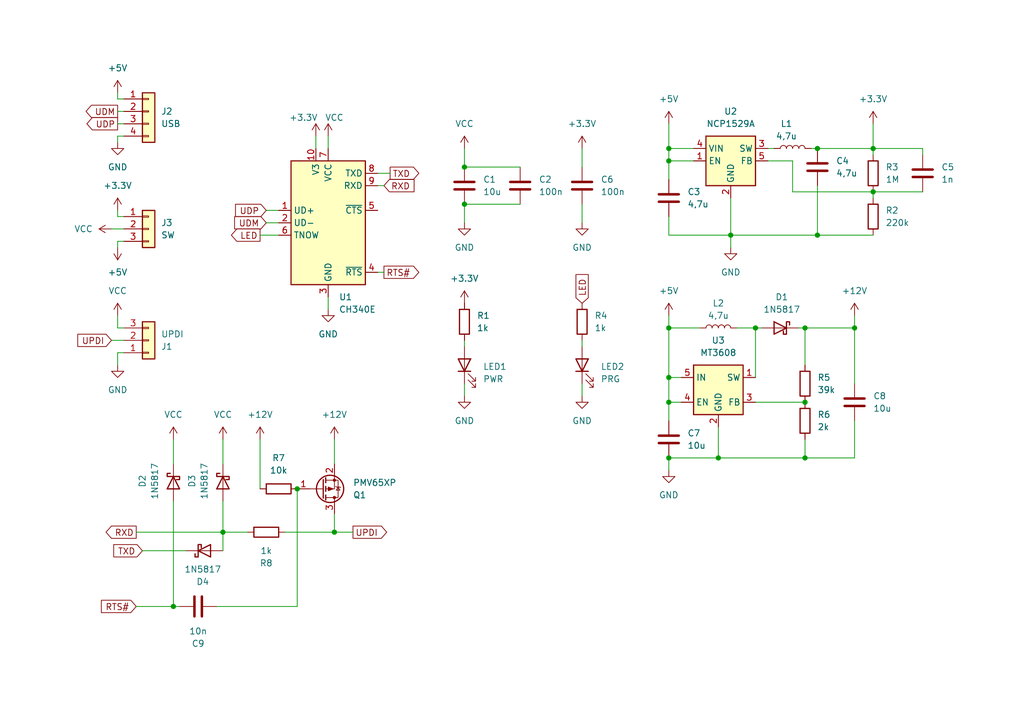
<source format=kicad_sch>
(kicad_sch (version 20230121) (generator eeschema)
  (paper "A5")
  (title_block (title "UPDI_HV_PROGRAMMER_ILYA2IK") (rev "1") (company "SGGDEV"))
  (lib_symbols
    (symbol "Connector_Generic:Conn_01x03" (pin_names (offset 1.016) hide)
      (property "Reference" "J" (at 0 5.08 0))
      (property "Value" "Conn_01x03" (at 0 -5.08 0))
      (symbol "Conn_01x03_1_1"
        (rectangle (start -1.27 -2.413) (end 0 -2.667) (stroke (width 0.1524)))
        (rectangle (start -1.27 0.127) (end 0 -0.127) (stroke (width 0.1524)))
        (rectangle (start -1.27 2.667) (end 0 2.413) (stroke (width 0.1524)))
        (rectangle (start -1.27 3.81) (end 1.27 -3.81) (stroke (width 0.254)) (fill (type background)))
        (pin passive line (at -5.08 2.54 0) (length 3.81) (name "Pin_1") (number "1"))
        (pin passive line (at -5.08 0 0) (length 3.81) (name "Pin_2") (number "2"))
        (pin passive line (at -5.08 -2.54 0) (length 3.81) (name "Pin_3") (number "3"))
      )
    )
    (symbol "Connector_Generic:Conn_01x04" (pin_names (offset 1.016) hide)
      (property "Reference" "J" (at 0 5.08 0))
      (property "Value" "Conn_01x04" (at 0 -7.62 0))
      (symbol "Conn_01x04_1_1"
        (rectangle (start -1.27 -4.953) (end 0 -5.207) (stroke (width 0.1524)))
        (rectangle (start -1.27 -2.413) (end 0 -2.667) (stroke (width 0.1524)))
        (rectangle (start -1.27 0.127) (end 0 -0.127) (stroke (width 0.1524)))
        (rectangle (start -1.27 2.667) (end 0 2.413) (stroke (width 0.1524)))
        (rectangle (start -1.27 3.81) (end 1.27 -6.35) (stroke (width 0.254)) (fill (type background)))
        (pin passive line (at -5.08 2.54 0) (length 3.81) (name "Pin_1") (number "1"))
        (pin passive line (at -5.08 0 0) (length 3.81) (name "Pin_2") (number "2"))
        (pin passive line (at -5.08 -2.54 0) (length 3.81) (name "Pin_3") (number "3"))
        (pin passive line (at -5.08 -5.08 0) (length 3.81) (name "Pin_4") (number "4"))
      )
    )
    (symbol "Device:C" (pin_numbers hide) (pin_names (offset 0.254))
      (property "Reference" "C" (at 0.635 2.54 0))
      (property "Value" "C" (at 0.635 -2.54 0))
      (symbol "C_0_1"
        (polyline (pts (xy -2.032 -0.762) (xy 2.032 -0.762)) (stroke (width 0.508)))
        (polyline (pts (xy -2.032 0.762) (xy 2.032 0.762)) (stroke (width 0.508)))
      )
      (symbol "C_1_1"
        (pin passive line (at 0 3.81 270) (length 2.794) (name "~") (number "1"))
        (pin passive line (at 0 -3.81 90) (length 2.794) (name "~") (number "2"))
      )
    )
    (symbol "Device:L" (pin_numbers hide) (pin_names (offset 1.016) hide)
      (property "Reference" "L" (at -1.27 0 90))
      (property "Value" "L" (at 1.905 0 90))
      (symbol "L_0_1"
        (arc (start 0 -2.54) (mid 0.6323 -1.905) (end 0 -1.27))
        (arc (start 0 -1.27) (mid 0.6323 -0.635) (end 0 0))
        (arc (start 0 0) (mid 0.6323 0.635) (end 0 1.27))
        (arc (start 0 1.27) (mid 0.6323 1.905) (end 0 2.54))
      )
      (symbol "L_1_1"
        (pin passive line (at 0 3.81 270) (length 1.27) (name "1") (number "1"))
        (pin passive line (at 0 -3.81 90) (length 1.27) (name "2") (number "2"))
      )
    )
    (symbol "Device:LED" (pin_numbers hide) (pin_names (offset 1.016) hide)
      (property "Reference" "D" (at 0 2.54 0))
      (property "Value" "LED" (at 0 -2.54 0))
      (symbol "LED_0_1"
        (polyline (pts (xy -1.27 -1.27) (xy -1.27 1.27)) (stroke (width 0.254)))
        (polyline (pts (xy -1.27 0) (xy 1.27 0)))
        (polyline (pts (xy 1.27 -1.27) (xy 1.27 1.27) (xy -1.27 0) (xy 1.27 -1.27)) (stroke (width 0.254)))
        (polyline (pts (xy -3.048 -0.762) (xy -4.572 -2.286) (xy -3.81 -2.286) (xy -4.572 -2.286) (xy -4.572 -1.524)))
        (polyline (pts (xy -1.778 -0.762) (xy -3.302 -2.286) (xy -2.54 -2.286) (xy -3.302 -2.286) (xy -3.302 -1.524)))
      )
      (symbol "LED_1_1"
        (pin passive line (at -3.81 0 0) (length 2.54) (name "K") (number "1"))
        (pin passive line (at 3.81 0 180) (length 2.54) (name "A") (number "2"))
      )
    )
    (symbol "Device:R" (pin_numbers hide) (pin_names (offset 0))
      (property "Reference" "R" (at 2.032 0 90))
      (property "Value" "R" (at 0 0 90))
      (symbol "R_0_1"
        (rectangle (start -1.016 -2.54) (end 1.016 2.54) (stroke (width 0.254)))
      )
      (symbol "R_1_1"
        (pin passive line (at 0 3.81 270) (length 1.27) (name "~") (number "1"))
        (pin passive line (at 0 -3.81 90) (length 1.27) (name "~") (number "2"))
      )
    )
    (symbol "Diode:1N5817" (pin_numbers hide) (pin_names (offset 1.016) hide)
      (property "Reference" "D" (at 0 2.54 0))
      (property "Value" "1N5817" (at 0 -2.54 0))
      (symbol "1N5817_0_1"
        (polyline (pts (xy 1.27 0) (xy -1.27 0)))
        (polyline (pts (xy 1.27 1.27) (xy 1.27 -1.27) (xy -1.27 0) (xy 1.27 1.27)) (stroke (width 0.254)))
        (polyline (pts (xy -1.905 0.635) (xy -1.905 1.27) (xy -1.27 1.27) (xy -1.27 -1.27) (xy -0.635 -1.27) (xy -0.635 -0.635)) (stroke (width 0.254)))
      )
      (symbol "1N5817_1_1"
        (pin passive line (at -3.81 0 0) (length 2.54) (name "K") (number "1"))
        (pin passive line (at 3.81 0 180) (length 2.54) (name "A") (number "2"))
      )
    )
    (symbol "Interface_USB:CH340E"
      (property "Reference" "U" (at -5.08 13.97 0))
      (property "Value" "CH340E" (at 1.27 13.97 0))
      (symbol "CH340E_0_1"
        (rectangle (start -7.62 12.7) (end 7.62 -12.7) (stroke (width 0.254)) (fill (type background)))
      )
      (symbol "CH340E_1_1"
        (pin bidirectional line (at -10.16 2.54 0) (length 2.54) (name "UD+") (number "1"))
        (pin passive line (at -2.54 15.24 270) (length 2.54) (name "V3") (number "10"))
        (pin bidirectional line (at -10.16 0 0) (length 2.54) (name "UD-") (number "2"))
        (pin power_in line (at 0 -15.24 90) (length 2.54) (name "GND") (number "3"))
        (pin output line (at 10.16 -10.16 180) (length 2.54) (name "~{RTS}") (number "4"))
        (pin input line (at 10.16 2.54 180) (length 2.54) (name "~{CTS}") (number "5"))
        (pin output line (at -10.16 -2.54 0) (length 2.54) (name "TNOW") (number "6"))
        (pin power_in line (at 0 15.24 270) (length 2.54) (name "VCC") (number "7"))
        (pin output line (at 10.16 10.16 180) (length 2.54) (name "TXD") (number "8"))
        (pin input line (at 10.16 7.62 180) (length 2.54) (name "RXD") (number "9"))
      )
    )
    (symbol "Regulator_Switching:MT3608"
      (property "Reference" "U" (at -2.54 8.89 0))
      (property "Value" "MT3608" (at -3.81 6.35 0))
      (symbol "MT3608_0_1"
        (rectangle (start -5.08 5.08) (end 5.08 -5.08) (stroke (width 0.254)) (fill (type background)))
      )
      (symbol "MT3608_1_1"
        (pin passive line (at 7.62 2.54 180) (length 2.54) (name "SW") (number "1"))
        (pin power_in line (at 0 -7.62 90) (length 2.54) (name "GND") (number "2"))
        (pin input line (at 7.62 -2.54 180) (length 2.54) (name "FB") (number "3"))
        (pin input line (at -7.62 -2.54 0) (length 2.54) (name "EN") (number "4"))
        (pin power_in line (at -7.62 2.54 0) (length 2.54) (name "IN") (number "5"))
        (pin no_connect line (at 5.08 0 180) (length 2.54) hide (name "NC") (number "6"))
      )
    )
    (symbol "Regulator_Switching:NCP1529A"
      (property "Reference" "U" (at -5.08 6.35 0))
      (property "Value" "NCP1529A" (at 0 6.35 0))
      (symbol "NCP1529A_0_1"
        (rectangle (start -5.08 5.08) (end 5.08 -5.08) (stroke (width 0.254)) (fill (type background)))
      )
      (symbol "NCP1529A_1_1"
        (pin input line (at -7.62 0 0) (length 2.54) (name "EN") (number "1"))
        (pin power_in line (at 0 -7.62 90) (length 2.54) (name "GND") (number "2"))
        (pin power_out line (at 7.62 2.54 180) (length 2.54) (name "SW") (number "3"))
        (pin power_in line (at -7.62 2.54 0) (length 2.54) (name "VIN") (number "4"))
        (pin input line (at 7.62 0 180) (length 2.54) (name "FB") (number "5"))
      )
    )
    (symbol "Transistor_FET:DMG2301L" (pin_names hide)
      (property "Reference" "Q" (at 5.08 1.905 0))
      (property "Value" "DMG2301L" (at 5.08 0 0))
      (symbol "DMG2301L_0_1"
        (polyline (pts (xy 0.254 0) (xy -2.54 0)))
        (polyline (pts (xy 0.254 1.905) (xy 0.254 -1.905)) (stroke (width 0.254)))
        (polyline (pts (xy 0.762 -1.27) (xy 0.762 -2.286)) (stroke (width 0.254)))
        (polyline (pts (xy 0.762 0.508) (xy 0.762 -0.508)) (stroke (width 0.254)))
        (polyline (pts (xy 0.762 2.286) (xy 0.762 1.27)) (stroke (width 0.254)))
        (polyline (pts (xy 2.54 2.54) (xy 2.54 1.778)))
        (polyline (pts (xy 2.54 -2.54) (xy 2.54 0) (xy 0.762 0)))
        (polyline (pts (xy 0.762 1.778) (xy 3.302 1.778) (xy 3.302 -1.778) (xy 0.762 -1.778)))
        (polyline (pts (xy 2.286 0) (xy 1.27 0.381) (xy 1.27 -0.381) (xy 2.286 0)) (fill (type outline)))
        (polyline (pts (xy 2.794 -0.508) (xy 2.921 -0.381) (xy 3.683 -0.381) (xy 3.81 -0.254)))
        (polyline (pts (xy 3.302 -0.381) (xy 2.921 0.254) (xy 3.683 0.254) (xy 3.302 -0.381)))
        (circle (center 1.651 0) (radius 2.794) (stroke (width 0.254)))
        (circle (center 2.54 -1.778) (radius 0.254) (fill (type outline)))
        (circle (center 2.54 1.778) (radius 0.254) (fill (type outline)))
      )
      (symbol "DMG2301L_1_1"
        (pin input line (at -5.08 0 0) (length 2.54) (name "G") (number "1"))
        (pin passive line (at 2.54 -5.08 90) (length 2.54) (name "S") (number "2"))
        (pin passive line (at 2.54 5.08 270) (length 2.54) (name "D") (number "3"))
      )
    )
    (symbol "power:+12V" (power) (pin_names (offset 0))
      (property "Value" "+12V" (at 0 3.556 0))
      (symbol "+12V_0_1"
        (polyline (pts (xy -0.762 1.27) (xy 0 2.54)))
        (polyline (pts (xy 0 0) (xy 0 2.54)))
        (polyline (pts (xy 0 2.54) (xy 0.762 1.27)))
      )
      (symbol "+12V_1_1"
        (pin power_in line (at 0 0 90) (length 0) hide (name "+12V") (number "1"))
      )
    )
    (symbol "power:+3.3V" (power) (pin_names (offset 0))
      (property "Value" "+3.3V" (at 0 3.556 0))
      (symbol "+3.3V_0_1"
        (polyline (pts (xy -0.762 1.27) (xy 0 2.54)))
        (polyline (pts (xy 0 0) (xy 0 2.54)))
        (polyline (pts (xy 0 2.54) (xy 0.762 1.27)))
      )
      (symbol "+3.3V_1_1"
        (pin power_in line (at 0 0 90) (length 0) hide (name "+3.3V") (number "1"))
      )
    )
    (symbol "power:+5V" (power) (pin_names (offset 0))
      (property "Value" "+5V" (at 0 3.556 0))
      (symbol "+5V_0_1"
        (polyline (pts (xy -0.762 1.27) (xy 0 2.54)))
        (polyline (pts (xy 0 0) (xy 0 2.54)))
        (polyline (pts (xy 0 2.54) (xy 0.762 1.27)))
      )
      (symbol "+5V_1_1"
        (pin power_in line (at 0 0 90) (length 0) hide (name "+5V") (number "1"))
      )
    )
    (symbol "power:GND" (power) (pin_names (offset 0))
      (property "Value" "GND" (at 0 -3.81 0))
      (symbol "GND_0_1"
        (polyline (pts (xy 0 0) (xy 0 -1.27) (xy 1.27 -1.27) (xy 0 -2.54) (xy -1.27 -1.27) (xy 0 -1.27)))
      )
      (symbol "GND_1_1"
        (pin power_in line (at 0 0 270) (length 0) hide (name "GND") (number "1"))
      )
    )
    (symbol "power:VCC" (power) (pin_names (offset 0))
      (property "Value" "VCC" (at 0 3.81 0))
      (symbol "VCC_0_1"
        (polyline (pts (xy -0.762 1.27) (xy 0 2.54)))
        (polyline (pts (xy 0 0) (xy 0 2.54)))
        (polyline (pts (xy 0 2.54) (xy 0.762 1.27)))
      )
      (symbol "VCC_1_1"
        (pin power_in line (at 0 0 90) (length 0) hide (name "VCC") (number "1"))
      )
    )
  )
  (junction (at 179.07 30.48))
  (junction (at 167.64 48.26))
  (junction (at 167.64 30.48))
  (junction (at 95.25 41.91))
  (junction (at 165.1 82.55))
  (junction (at 137.16 33.02))
  (junction (at 95.25 34.29))
  (junction (at 137.16 77.47))
  (junction (at 149.86 48.26))
  (junction (at 137.16 93.98))
  (junction (at 175.26 67.31))
  (junction (at 137.16 82.55))
  (junction (at 45.72 109.22))
  (junction (at 154.94 67.31))
  (junction (at 179.07 39.37))
  (junction (at 137.16 67.31))
  (junction (at 35.56 124.46))
  (junction (at 165.1 67.31))
  (junction (at 68.58 109.22))
  (junction (at 165.1 93.98))
  (junction (at 60.96 100.33))
  (junction (at 137.16 30.48))
  (junction (at 147.32 93.98))
  (wire (pts (xy 95.25 41.91) (xy 95.25 45.72)))
  (wire (pts (xy 95.25 34.29) (xy 106.68 34.29)))
  (wire (pts (xy 22.86 69.85) (xy 25.4 69.85)))
  (wire (pts (xy 119.38 78.74) (xy 119.38 81.28)))
  (wire (pts (xy 137.16 64.77) (xy 137.16 67.31)))
  (wire (pts (xy 151.13 67.31) (xy 154.94 67.31)))
  (wire (pts (xy 45.72 102.87) (xy 45.72 109.22)))
  (wire (pts (xy 137.16 44.45) (xy 137.16 48.26)))
  (wire (pts (xy 95.25 41.91) (xy 106.68 41.91)))
  (wire (pts (xy 167.64 48.26) (xy 179.07 48.26)))
  (wire (pts (xy 137.16 25.4) (xy 137.16 30.48)))
  (wire (pts (xy 27.94 109.22) (xy 45.72 109.22)))
  (wire (pts (xy 175.26 64.77) (xy 175.26 67.31)))
  (wire (pts (xy 29.21 113.03) (xy 38.1 113.03)))
  (wire (pts (xy 35.56 90.17) (xy 35.56 95.25)))
  (wire (pts (xy 68.58 109.22) (xy 72.39 109.22)))
  (wire (pts (xy 60.96 100.33) (xy 60.96 124.46)))
  (wire (pts (xy 35.56 124.46) (xy 36.83 124.46)))
  (wire (pts (xy 119.38 69.85) (xy 119.38 71.12)))
  (wire (pts (xy 95.25 30.48) (xy 95.25 34.29)))
  (wire (pts (xy 58.42 109.22) (xy 68.58 109.22)))
  (wire (pts (xy 175.26 78.74) (xy 175.26 67.31)))
  (wire (pts (xy 147.32 87.63) (xy 147.32 93.98)))
  (wire (pts (xy 24.13 64.77) (xy 24.13 67.31)))
  (wire (pts (xy 165.1 67.31) (xy 165.1 74.93)))
  (wire (pts (xy 24.13 27.94) (xy 24.13 29.21)))
  (wire (pts (xy 67.31 30.48) (xy 67.31 27.94)))
  (wire (pts (xy 137.16 30.48) (xy 142.24 30.48)))
  (wire (pts (xy 53.34 90.17) (xy 53.34 100.33)))
  (wire (pts (xy 68.58 105.41) (xy 68.58 109.22)))
  (wire (pts (xy 137.16 30.48) (xy 137.16 33.02)))
  (wire (pts (xy 64.77 27.94) (xy 64.77 30.48)))
  (wire (pts (xy 25.4 44.45) (xy 24.13 44.45)))
  (wire (pts (xy 45.72 109.22) (xy 50.8 109.22)))
  (wire (pts (xy 24.13 22.86) (xy 25.4 22.86)))
  (wire (pts (xy 137.16 77.47) (xy 137.16 82.55)))
  (wire (pts (xy 179.07 39.37) (xy 189.23 39.37)))
  (wire (pts (xy 77.47 35.56) (xy 80.01 35.56)))
  (wire (pts (xy 137.16 86.36) (xy 137.16 82.55)))
  (wire (pts (xy 167.64 30.48) (xy 179.07 30.48)))
  (wire (pts (xy 27.94 124.46) (xy 35.56 124.46)))
  (wire (pts (xy 163.83 67.31) (xy 165.1 67.31)))
  (wire (pts (xy 24.13 49.53) (xy 25.4 49.53)))
  (wire (pts (xy 24.13 44.45) (xy 24.13 43.18)))
  (wire (pts (xy 179.07 30.48) (xy 179.07 31.75)))
  (wire (pts (xy 165.1 93.98) (xy 175.26 93.98)))
  (wire (pts (xy 67.31 60.96) (xy 67.31 63.5)))
  (wire (pts (xy 119.38 41.91) (xy 119.38 45.72)))
  (wire (pts (xy 54.61 43.18) (xy 57.15 43.18)))
  (wire (pts (xy 137.16 96.52) (xy 137.16 93.98)))
  (wire (pts (xy 137.16 33.02) (xy 142.24 33.02)))
  (wire (pts (xy 68.58 90.17) (xy 68.58 95.25)))
  (wire (pts (xy 45.72 90.17) (xy 45.72 95.25)))
  (wire (pts (xy 22.86 46.99) (xy 25.4 46.99)))
  (wire (pts (xy 154.94 82.55) (xy 165.1 82.55)))
  (wire (pts (xy 119.38 30.48) (xy 119.38 34.29)))
  (wire (pts (xy 175.26 86.36) (xy 175.26 93.98)))
  (wire (pts (xy 24.13 25.4) (xy 25.4 25.4)))
  (wire (pts (xy 44.45 124.46) (xy 60.96 124.46)))
  (wire (pts (xy 149.86 48.26) (xy 167.64 48.26)))
  (wire (pts (xy 162.56 39.37) (xy 179.07 39.37)))
  (wire (pts (xy 24.13 27.94) (xy 25.4 27.94)))
  (wire (pts (xy 35.56 102.87) (xy 35.56 124.46)))
  (wire (pts (xy 77.47 38.1) (xy 78.74 38.1)))
  (wire (pts (xy 45.72 113.03) (xy 45.72 109.22)))
  (wire (pts (xy 24.13 74.93) (xy 24.13 72.39)))
  (wire (pts (xy 137.16 33.02) (xy 137.16 36.83)))
  (wire (pts (xy 137.16 67.31) (xy 137.16 77.47)))
  (wire (pts (xy 189.23 31.75) (xy 189.23 30.48)))
  (wire (pts (xy 162.56 33.02) (xy 162.56 39.37)))
  (wire (pts (xy 24.13 67.31) (xy 25.4 67.31)))
  (wire (pts (xy 165.1 67.31) (xy 175.26 67.31)))
  (wire (pts (xy 189.23 30.48) (xy 179.07 30.48)))
  (wire (pts (xy 147.32 93.98) (xy 165.1 93.98)))
  (wire (pts (xy 24.13 50.8) (xy 24.13 49.53)))
  (wire (pts (xy 24.13 72.39) (xy 25.4 72.39)))
  (wire (pts (xy 167.64 38.1) (xy 167.64 48.26)))
  (wire (pts (xy 154.94 67.31) (xy 154.94 77.47)))
  (wire (pts (xy 157.48 33.02) (xy 162.56 33.02)))
  (wire (pts (xy 95.25 78.74) (xy 95.25 81.28)))
  (wire (pts (xy 149.86 40.64) (xy 149.86 48.26)))
  (wire (pts (xy 137.16 82.55) (xy 139.7 82.55)))
  (wire (pts (xy 77.47 55.88) (xy 78.74 55.88)))
  (wire (pts (xy 137.16 67.31) (xy 143.51 67.31)))
  (wire (pts (xy 149.86 48.26) (xy 149.86 50.8)))
  (wire (pts (xy 166.37 30.48) (xy 167.64 30.48)))
  (wire (pts (xy 139.7 77.47) (xy 137.16 77.47)))
  (wire (pts (xy 157.48 30.48) (xy 158.75 30.48)))
  (wire (pts (xy 24.13 19.05) (xy 24.13 20.32)))
  (wire (pts (xy 179.07 39.37) (xy 179.07 40.64)))
  (wire (pts (xy 179.07 25.4) (xy 179.07 30.48)))
  (wire (pts (xy 137.16 48.26) (xy 149.86 48.26)))
  (wire (pts (xy 54.61 45.72) (xy 57.15 45.72)))
  (wire (pts (xy 53.34 48.26) (xy 57.15 48.26)))
  (wire (pts (xy 154.94 67.31) (xy 156.21 67.31)))
  (wire (pts (xy 24.13 20.32) (xy 25.4 20.32)))
  (wire (pts (xy 95.25 69.85) (xy 95.25 71.12)))
  (wire (pts (xy 165.1 90.17) (xy 165.1 93.98)))
  (wire (pts (xy 147.32 93.98) (xy 137.16 93.98)))
  (global_label "TXD" (shape input) (at 29.21 113.03 180) (property "Intersheetrefs" "${INTERSHEET_REFS}" (effects hide)))
  (global_label "RXD" (shape output) (at 27.94 109.22 180) (property "Intersheetrefs" "${INTERSHEET_REFS}" (effects hide)))
  (global_label "UDM" (shape input) (at 54.61 45.72 180) (property "Intersheetrefs" "${INTERSHEET_REFS}" (effects hide)))
  (global_label "UPDI" (shape input) (at 22.86 69.85 180) (property "Intersheetrefs" "${INTERSHEET_REFS}" (effects hide)))
  (global_label "UDM" (shape output) (at 24.13 22.86 180) (property "Intersheetrefs" "${INTERSHEET_REFS}" (effects hide)))
  (global_label "UPDI" (shape output) (at 72.39 109.22 0) (property "Intersheetrefs" "${INTERSHEET_REFS}" (effects hide)))
  (global_label "RXD" (shape input) (at 78.74 38.1 0) (property "Intersheetrefs" "${INTERSHEET_REFS}" (effects hide)))
  (global_label "TXD" (shape output) (at 80.01 35.56 0) (property "Intersheetrefs" "${INTERSHEET_REFS}" (effects hide)))
  (global_label "UDP" (shape input) (at 54.61 43.18 180) (property "Intersheetrefs" "${INTERSHEET_REFS}" (effects hide)))
  (global_label "RTS#" (shape output) (at 78.74 55.88 0) (property "Intersheetrefs" "${INTERSHEET_REFS}" (effects hide)))
  (global_label "LED" (shape input) (at 119.38 62.23 90) (property "Intersheetrefs" "${INTERSHEET_REFS}" (effects hide)))
  (global_label "UDP" (shape output) (at 24.13 25.4 180) (property "Intersheetrefs" "${INTERSHEET_REFS}" (effects hide)))
  (global_label "LED" (shape output) (at 53.34 48.26 180) (property "Intersheetrefs" "${INTERSHEET_REFS}" (effects hide)))
  (global_label "RTS#" (shape input) (at 27.94 124.46 180) (property "Intersheetrefs" "${INTERSHEET_REFS}" (effects hide)))
  (symbol (lib_id "Diode:1N5817") (at 41.91 113.03 0) (mirror x) (unit 1)
    (property "Reference" "D4" (at 41.5925 119.38 0))
    (property "Value" "1N5817" (at 41.5925 116.84 0))
    (property "Footprint" "Diode_SMD:D_SMA" (effects hide))
    (property "Datasheet" "http://www.vishay.com/docs/88525/1n5817.pdf" (effects hide))
  )
  (symbol (lib_id "power:GND") (at 95.25 81.28 0) (unit 1)
    (property "Reference" "#PWR012" (effects hide))
    (property "Value" "GND" (at 95.25 86.36 0))
  )
  (symbol (lib_id "Device:L") (at 147.32 67.31 90) (unit 1)
    (property "Reference" "L2" (at 147.32 62.23 90))
    (property "Value" "4,7u" (at 147.32 64.77 90))
    (property "Footprint" "Inductor_SMD:L_1206_3216Metric" (effects hide))
  )
  (symbol (lib_id "Device:LED") (at 119.38 74.93 90) (unit 1)
    (property "Reference" "LED2" (at 123.19 75.2475 90) (effects (justify right)))
    (property "Value" "PRG" (at 123.19 77.7875 90) (effects (justify right)))
    (property "Footprint" "LED_SMD:LED_0805_2012Metric" (effects hide))
  )
  (symbol (lib_id "Regulator_Switching:MT3608") (at 147.32 80.01 0) (unit 1)
    (property "Reference" "U3" (at 147.32 69.85 0))
    (property "Value" "MT3608" (at 147.32 72.39 0))
    (property "Footprint" "Package_TO_SOT_SMD:SOT-23-6" (effects hide))
    (property "Datasheet" "https://www.olimex.com/Products/Breadboarding/BB-PWR-3608/resources/MT3608.pdf" (effects hide))
  )
  (symbol (lib_id "Diode:1N5817") (at 35.56 99.06 90) (mirror x) (unit 1)
    (property "Reference" "D2" (at 29.21 98.7425 0))
    (property "Value" "1N5817" (at 31.75 98.7425 0))
    (property "Footprint" "Diode_SMD:D_SMA" (effects hide))
    (property "Datasheet" "http://www.vishay.com/docs/88525/1n5817.pdf" (effects hide))
  )
  (symbol (lib_id "Connector_Generic:Conn_01x04") (at 30.48 22.86 0) (unit 1)
    (property "Reference" "J2" (at 33.02 22.86 0) (effects (justify left)))
    (property "Value" "USB" (at 33.02 25.4 0) (effects (justify left)))
    (property "Footprint" "Connector_JST:JST_XH_B4B-XH-A_1x04_P2.50mm_Vertical" (effects hide))
  )
  (symbol (lib_id "Device:C") (at 119.38 38.1 0) (unit 1)
    (property "Reference" "C6" (at 123.19 36.83 0) (effects (justify left)))
    (property "Value" "100n" (at 123.19 39.37 0) (effects (justify left)))
    (property "Footprint" "Capacitor_SMD:C_1206_3216Metric" (effects hide))
  )
  (symbol (lib_id "Device:R") (at 54.61 109.22 90) (mirror x) (unit 1)
    (property "Reference" "R8" (at 54.61 115.57 90))
    (property "Value" "1k" (at 54.61 113.03 90))
    (property "Footprint" "Resistor_SMD:R_0805_2012Metric" (effects hide))
  )
  (symbol (lib_id "Device:L") (at 162.56 30.48 90) (unit 1)
    (property "Reference" "L1" (at 161.29 25.4 90))
    (property "Value" "4,7u" (at 161.29 27.94 90))
    (property "Footprint" "Inductor_SMD:L_1206_3216Metric" (effects hide))
  )
  (symbol (lib_id "power:+5V") (at 137.16 64.77 0) (unit 1)
    (property "Reference" "#PWR013" (effects hide))
    (property "Value" "+5V" (at 137.16 59.69 0))
  )
  (symbol (lib_id "power:VCC") (at 24.13 64.77 0) (unit 1)
    (property "Reference" "#PWR022" (effects hide))
    (property "Value" "VCC" (at 24.13 59.69 0))
  )
  (symbol (lib_id "Regulator_Switching:NCP1529A") (at 149.86 33.02 0) (unit 1)
    (property "Reference" "U2" (at 149.86 22.86 0))
    (property "Value" "NCP1529A" (at 149.86 25.4 0))
    (property "Footprint" "Package_TO_SOT_SMD:SOT-23-5" (effects hide))
    (property "Datasheet" "https://www.onsemi.com/pub/Collateral/NCP1529-D.PDF" (effects hide))
  )
  (symbol (lib_id "power:+3.3V") (at 64.77 27.94 0) (unit 1)
    (property "Reference" "#PWR04" (effects hide))
    (property "Value" "+3.3V" (at 62.23 24.13 0))
  )
  (symbol (lib_id "Device:C") (at 189.23 35.56 0) (unit 1)
    (property "Reference" "C5" (at 193.04 34.29 0) (effects (justify left)))
    (property "Value" "1n" (at 193.04 36.83 0) (effects (justify left)))
    (property "Footprint" "Capacitor_SMD:C_1206_3216Metric" (effects hide))
  )
  (symbol (lib_id "power:VCC") (at 45.72 90.17 0) (unit 1)
    (property "Reference" "#PWR018" (effects hide))
    (property "Value" "VCC" (at 45.72 85.09 0))
  )
  (symbol (lib_id "Device:R") (at 119.38 66.04 0) (unit 1)
    (property "Reference" "R4" (at 121.92 64.77 0) (effects (justify left)))
    (property "Value" "1k" (at 121.92 67.31 0) (effects (justify left)))
    (property "Footprint" "Resistor_SMD:R_0805_2012Metric" (effects hide))
  )
  (symbol (lib_id "power:+3.3V") (at 24.13 43.18 0) (unit 1)
    (property "Reference" "#PWR026" (effects hide))
    (property "Value" "+3.3V" (at 24.13 38.1 0))
  )
  (symbol (lib_id "Device:C") (at 137.16 40.64 0) (unit 1)
    (property "Reference" "C3" (at 140.97 39.37 0) (effects (justify left)))
    (property "Value" "4,7u" (at 140.97 41.91 0) (effects (justify left)))
    (property "Footprint" "Capacitor_SMD:C_1206_3216Metric" (effects hide))
  )
  (symbol (lib_id "power:GND") (at 149.86 50.8 0) (unit 1)
    (property "Reference" "#PWR01" (effects hide))
    (property "Value" "GND" (at 149.86 55.88 0))
  )
  (symbol (lib_id "power:GND") (at 24.13 74.93 0) (unit 1)
    (property "Reference" "#PWR021" (effects hide))
    (property "Value" "GND" (at 24.13 80.01 0))
  )
  (symbol (lib_id "power:VCC") (at 35.56 90.17 0) (unit 1)
    (property "Reference" "#PWR017" (effects hide))
    (property "Value" "VCC" (at 35.56 85.09 0))
  )
  (symbol (lib_id "Device:LED") (at 95.25 74.93 90) (unit 1)
    (property "Reference" "LED1" (at 99.06 75.2475 90) (effects (justify right)))
    (property "Value" "PWR" (at 99.06 77.7875 90) (effects (justify right)))
    (property "Footprint" "LED_SMD:LED_0805_2012Metric" (effects hide))
  )
  (symbol (lib_id "Connector_Generic:Conn_01x03") (at 30.48 69.85 0) (mirror x) (unit 1)
    (property "Reference" "J1" (at 33.02 71.12 0) (effects (justify left)))
    (property "Value" "UPDI" (at 33.02 68.58 0) (effects (justify left)))
    (property "Footprint" "Connector_PinHeader_2.54mm:PinHeader_1x03_P2.54mm_Vertical" (effects hide))
  )
  (symbol (lib_id "power:+12V") (at 68.58 90.17 0) (unit 1)
    (property "Reference" "#PWR020" (effects hide))
    (property "Value" "+12V" (at 68.58 85.09 0))
  )
  (symbol (lib_id "Transistor_FET:DMG2301L") (at 66.04 100.33 0) (mirror x) (unit 1)
    (property "Reference" "Q1" (at 72.39 101.6 0) (effects (justify left)))
    (property "Value" "PMV65XP" (at 72.39 99.06 0) (effects (justify left)))
    (property "Footprint" "Package_TO_SOT_SMD:SOT-23" (effects hide))
  )
  (symbol (lib_id "power:GND") (at 119.38 81.28 0) (unit 1)
    (property "Reference" "#PWR014" (effects hide))
    (property "Value" "GND" (at 119.38 86.36 0))
  )
  (symbol (lib_id "power:+5V") (at 24.13 19.05 0) (unit 1)
    (property "Reference" "#PWR023" (effects hide))
    (property "Value" "+5V" (at 24.13 13.97 0))
  )
  (symbol (lib_id "Device:C") (at 175.26 82.55 0) (unit 1)
    (property "Reference" "C8" (at 179.07 81.28 0) (effects (justify left)))
    (property "Value" "10u" (at 179.07 83.82 0) (effects (justify left)))
    (property "Footprint" "Capacitor_SMD:C_1206_3216Metric" (effects hide))
  )
  (symbol (lib_id "power:+3.3V") (at 95.25 62.23 0) (unit 1)
    (property "Reference" "#PWR011" (effects hide))
    (property "Value" "+3.3V" (at 95.25 57.15 0))
  )
  (symbol (lib_id "Device:C") (at 40.64 124.46 90) (mirror x) (unit 1)
    (property "Reference" "C9" (at 40.64 132.08 90))
    (property "Value" "10n" (at 40.64 129.54 90))
    (property "Footprint" "Capacitor_SMD:C_1206_3216Metric" (effects hide))
  )
  (symbol (lib_id "Device:C") (at 95.25 38.1 0) (unit 1)
    (property "Reference" "C1" (at 99.06 36.83 0) (effects (justify left)))
    (property "Value" "10u" (at 99.06 39.37 0) (effects (justify left)))
    (property "Footprint" "Capacitor_SMD:C_1206_3216Metric" (effects hide))
  )
  (symbol (lib_id "power:GND") (at 24.13 29.21 0) (unit 1)
    (property "Reference" "#PWR024" (effects hide))
    (property "Value" "GND" (at 24.13 34.29 0))
  )
  (symbol (lib_id "Device:R") (at 95.25 66.04 0) (unit 1)
    (property "Reference" "R1" (at 97.79 64.77 0) (effects (justify left)))
    (property "Value" "1k" (at 97.79 67.31 0) (effects (justify left)))
    (property "Footprint" "Resistor_SMD:R_0805_2012Metric" (effects hide))
  )
  (symbol (lib_id "power:GND") (at 119.38 45.72 0) (unit 1)
    (property "Reference" "#PWR010" (effects hide))
    (property "Value" "GND" (at 119.38 50.8 0))
  )
  (symbol (lib_id "power:+12V") (at 175.26 64.77 0) (unit 1)
    (property "Reference" "#PWR016" (effects hide))
    (property "Value" "+12V" (at 175.26 59.69 0))
  )
  (symbol (lib_id "power:+12V") (at 53.34 90.17 0) (unit 1)
    (property "Reference" "#PWR019" (effects hide))
    (property "Value" "+12V" (at 53.34 85.09 0))
  )
  (symbol (lib_id "Device:R") (at 165.1 78.74 0) (unit 1)
    (property "Reference" "R5" (at 167.64 77.47 0) (effects (justify left)))
    (property "Value" "39k" (at 167.64 80.01 0) (effects (justify left)))
    (property "Footprint" "Resistor_SMD:R_0805_2012Metric" (effects hide))
  )
  (symbol (lib_id "power:GND") (at 137.16 96.52 0) (unit 1)
    (property "Reference" "#PWR015" (effects hide))
    (property "Value" "GND" (at 137.16 101.6 0))
  )
  (symbol (lib_id "power:VCC") (at 67.31 27.94 0) (unit 1)
    (property "Reference" "#PWR05" (effects hide))
    (property "Value" "VCC" (at 68.58 24.13 0))
  )
  (symbol (lib_id "power:+3.3V") (at 179.07 25.4 0) (unit 1)
    (property "Reference" "#PWR03" (effects hide))
    (property "Value" "+3.3V" (at 179.07 20.32 0))
  )
  (symbol (lib_id "Device:R") (at 179.07 35.56 0) (unit 1)
    (property "Reference" "R3" (at 181.61 34.29 0) (effects (justify left)))
    (property "Value" "1M" (at 181.61 36.83 0) (effects (justify left)))
    (property "Footprint" "Resistor_SMD:R_0805_2012Metric" (effects hide))
  )
  (symbol (lib_id "Device:C") (at 137.16 90.17 0) (unit 1)
    (property "Reference" "C7" (at 140.97 88.9 0) (effects (justify left)))
    (property "Value" "10u" (at 140.97 91.44 0) (effects (justify left)))
    (property "Footprint" "Capacitor_SMD:C_1206_3216Metric" (effects hide))
  )
  (symbol (lib_id "power:VCC") (at 95.25 30.48 0) (unit 1)
    (property "Reference" "#PWR07" (effects hide))
    (property "Value" "VCC" (at 95.25 25.4 0))
  )
  (symbol (lib_id "Device:R") (at 165.1 86.36 0) (unit 1)
    (property "Reference" "R6" (at 167.64 85.09 0) (effects (justify left)))
    (property "Value" "2k" (at 167.64 87.63 0) (effects (justify left)))
    (property "Footprint" "Resistor_SMD:R_0805_2012Metric" (effects hide))
  )
  (symbol (lib_id "Device:C") (at 106.68 38.1 0) (unit 1)
    (property "Reference" "C2" (at 110.49 36.83 0) (effects (justify left)))
    (property "Value" "100n" (at 110.49 39.37 0) (effects (justify left)))
    (property "Footprint" "Capacitor_SMD:C_1206_3216Metric" (effects hide))
  )
  (symbol (lib_id "Device:R") (at 57.15 100.33 90) (unit 1)
    (property "Reference" "R7" (at 57.15 93.98 90))
    (property "Value" "10k" (at 57.15 96.52 90))
    (property "Footprint" "Resistor_SMD:R_0805_2012Metric" (effects hide))
  )
  (symbol (lib_id "power:+5V") (at 24.13 50.8 0) (mirror x) (unit 1)
    (property "Reference" "#PWR027" (effects hide))
    (property "Value" "+5V" (at 24.13 55.88 0))
  )
  (symbol (lib_id "Diode:1N5817") (at 45.72 99.06 90) (mirror x) (unit 1)
    (property "Reference" "D3" (at 39.37 98.7425 0))
    (property "Value" "1N5817" (at 41.91 98.7425 0))
    (property "Footprint" "Diode_SMD:D_SMA" (effects hide))
    (property "Datasheet" "http://www.vishay.com/docs/88525/1n5817.pdf" (effects hide))
  )
  (symbol (lib_id "power:+5V") (at 137.16 25.4 0) (unit 1)
    (property "Reference" "#PWR02" (effects hide))
    (property "Value" "+5V" (at 137.16 20.32 0))
  )
  (symbol (lib_id "power:VCC") (at 22.86 46.99 90) (mirror x) (unit 1)
    (property "Reference" "#PWR025" (effects hide))
    (property "Value" "VCC" (at 19.05 46.99 90) (effects (justify left)))
  )
  (symbol (lib_id "Device:R") (at 179.07 44.45 0) (unit 1)
    (property "Reference" "R2" (at 181.61 43.18 0) (effects (justify left)))
    (property "Value" "220k" (at 181.61 45.72 0) (effects (justify left)))
    (property "Footprint" "Resistor_SMD:R_0805_2012Metric" (effects hide))
  )
  (symbol (lib_id "Diode:1N5817") (at 160.02 67.31 0) (mirror y) (unit 1)
    (property "Reference" "D1" (at 160.3375 60.96 0))
    (property "Value" "1N5817" (at 160.3375 63.5 0))
    (property "Footprint" "Diode_SMD:D_SMA" (effects hide))
    (property "Datasheet" "http://www.vishay.com/docs/88525/1n5817.pdf" (effects hide))
  )
  (symbol (lib_id "power:GND") (at 95.25 45.72 0) (unit 1)
    (property "Reference" "#PWR09" (effects hide))
    (property "Value" "GND" (at 95.25 50.8 0))
  )
  (symbol (lib_id "power:+3.3V") (at 119.38 30.48 0) (unit 1)
    (property "Reference" "#PWR08" (effects hide))
    (property "Value" "+3.3V" (at 119.38 25.4 0))
  )
  (symbol (lib_id "Connector_Generic:Conn_01x03") (at 30.48 46.99 0) (unit 1)
    (property "Reference" "J3" (at 33.02 45.72 0) (effects (justify left)))
    (property "Value" "SW" (at 33.02 48.26 0) (effects (justify left)))
    (property "Footprint" "Connector_PinHeader_2.54mm:PinHeader_1x03_P2.54mm_Vertical" (effects hide))
  )
  (symbol (lib_id "Device:C") (at 167.64 34.29 0) (unit 1)
    (property "Reference" "C4" (at 171.45 33.02 0) (effects (justify left)))
    (property "Value" "4,7u" (at 171.45 35.56 0) (effects (justify left)))
    (property "Footprint" "Capacitor_SMD:C_1206_3216Metric" (effects hide))
  )
  (symbol (lib_id "Interface_USB:CH340E") (at 67.31 45.72 0) (unit 1)
    (property "Reference" "U1" (at 69.5041 60.96 0) (effects (justify left)))
    (property "Value" "CH340E" (at 69.5041 63.5 0) (effects (justify left)))
    (property "Footprint" "Package_SO:MSOP-10_3x3mm_P0.5mm" (effects hide))
    (property "Datasheet" "https://www.mpja.com/download/35227cpdata.pdf" (effects hide))
  )
  (symbol (lib_id "power:GND") (at 67.31 63.5 0) (unit 1)
    (property "Reference" "#PWR06" (effects hide))
    (property "Value" "GND" (at 67.31 68.58 0))
  )
)
</source>
